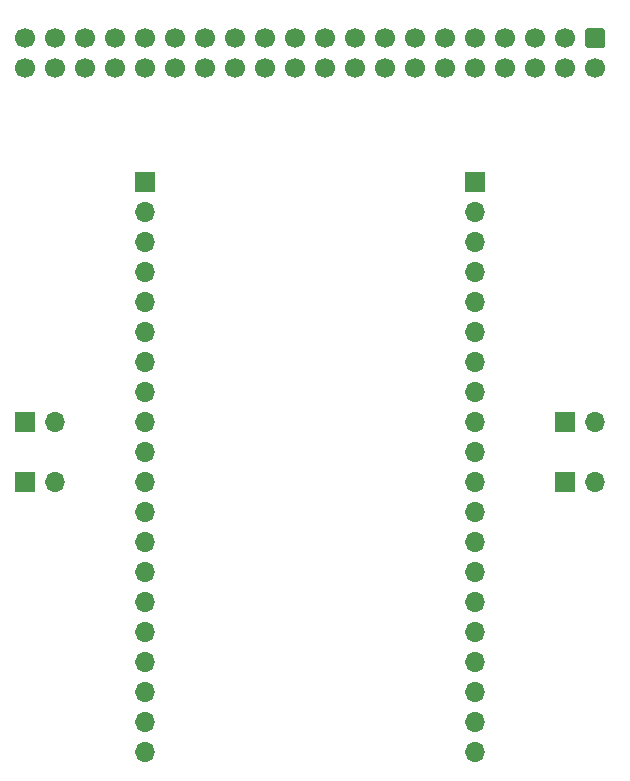
<source format=gbr>
%TF.GenerationSoftware,KiCad,Pcbnew,(5.1.9)-1*%
%TF.CreationDate,2022-02-08T17:06:21+09:00*%
%TF.ProjectId,pi-extend,70692d65-7874-4656-9e64-2e6b69636164,rev?*%
%TF.SameCoordinates,Original*%
%TF.FileFunction,Soldermask,Bot*%
%TF.FilePolarity,Negative*%
%FSLAX46Y46*%
G04 Gerber Fmt 4.6, Leading zero omitted, Abs format (unit mm)*
G04 Created by KiCad (PCBNEW (5.1.9)-1) date 2022-02-08 17:06:21*
%MOMM*%
%LPD*%
G01*
G04 APERTURE LIST*
%ADD10O,1.700000X1.700000*%
%ADD11R,1.700000X1.700000*%
%ADD12C,1.700000*%
G04 APERTURE END LIST*
D10*
%TO.C,J7*%
X186944000Y-104140000D03*
D11*
X184404000Y-104140000D03*
%TD*%
D10*
%TO.C,J6*%
X141224000Y-104140000D03*
D11*
X138684000Y-104140000D03*
%TD*%
D12*
%TO.C,J1*%
X138684000Y-69088000D03*
X141224000Y-69088000D03*
X143764000Y-69088000D03*
X146304000Y-69088000D03*
X148844000Y-69088000D03*
X151384000Y-69088000D03*
X153924000Y-69088000D03*
X156464000Y-69088000D03*
X159004000Y-69088000D03*
X161544000Y-69088000D03*
X164084000Y-69088000D03*
X166624000Y-69088000D03*
X169164000Y-69088000D03*
X171704000Y-69088000D03*
X174244000Y-69088000D03*
X176784000Y-69088000D03*
X179324000Y-69088000D03*
X181864000Y-69088000D03*
X184404000Y-69088000D03*
X186944000Y-69088000D03*
X138684000Y-66548000D03*
X141224000Y-66548000D03*
X143764000Y-66548000D03*
X146304000Y-66548000D03*
X148844000Y-66548000D03*
X151384000Y-66548000D03*
X153924000Y-66548000D03*
X156464000Y-66548000D03*
X159004000Y-66548000D03*
X161544000Y-66548000D03*
X164084000Y-66548000D03*
X166624000Y-66548000D03*
X169164000Y-66548000D03*
X171704000Y-66548000D03*
X174244000Y-66548000D03*
X176784000Y-66548000D03*
X179324000Y-66548000D03*
X181864000Y-66548000D03*
X184404000Y-66548000D03*
G36*
G01*
X186344000Y-65698000D02*
X187544000Y-65698000D01*
G75*
G02*
X187794000Y-65948000I0J-250000D01*
G01*
X187794000Y-67148000D01*
G75*
G02*
X187544000Y-67398000I-250000J0D01*
G01*
X186344000Y-67398000D01*
G75*
G02*
X186094000Y-67148000I0J250000D01*
G01*
X186094000Y-65948000D01*
G75*
G02*
X186344000Y-65698000I250000J0D01*
G01*
G37*
%TD*%
D11*
%TO.C,J2*%
X148818600Y-78765400D03*
D10*
X148818600Y-81305400D03*
X148818600Y-83845400D03*
X148818600Y-86385400D03*
X148818600Y-88925400D03*
X148818600Y-91465400D03*
X148818600Y-94005400D03*
X148818600Y-96545400D03*
X148818600Y-99085400D03*
X148818600Y-101625400D03*
X148818600Y-104165400D03*
X148818600Y-106705400D03*
X148818600Y-109245400D03*
X148818600Y-111785400D03*
X148818600Y-114325400D03*
X148818600Y-116865400D03*
X148818600Y-119405400D03*
X148818600Y-121945400D03*
X148818600Y-124485400D03*
X148818600Y-127025400D03*
%TD*%
%TO.C,J3*%
X176758600Y-127025400D03*
X176758600Y-124485400D03*
X176758600Y-121945400D03*
X176758600Y-119405400D03*
X176758600Y-116865400D03*
X176758600Y-114325400D03*
X176758600Y-111785400D03*
X176758600Y-109245400D03*
X176758600Y-106705400D03*
X176758600Y-104165400D03*
X176758600Y-101625400D03*
X176758600Y-99085400D03*
X176758600Y-96545400D03*
X176758600Y-94005400D03*
X176758600Y-91465400D03*
X176758600Y-88925400D03*
X176758600Y-86385400D03*
X176758600Y-83845400D03*
X176758600Y-81305400D03*
D11*
X176758600Y-78765400D03*
%TD*%
%TO.C,J4*%
X138684000Y-99060000D03*
D10*
X141224000Y-99060000D03*
%TD*%
D11*
%TO.C,J5*%
X184404000Y-99060000D03*
D10*
X186944000Y-99060000D03*
%TD*%
M02*

</source>
